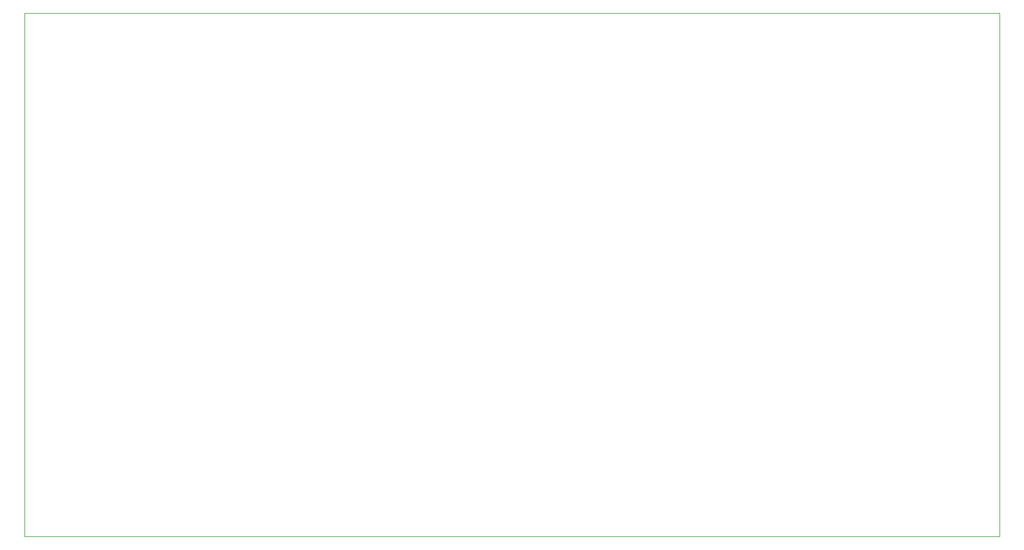
<source format=gbr>
%TF.GenerationSoftware,KiCad,Pcbnew,(6.0.1)*%
%TF.CreationDate,2022-05-12T18:18:59+02:00*%
%TF.ProjectId,RV_main_pcb_ESP32,52565f6d-6169-46e5-9f70-63625f455350,rev?*%
%TF.SameCoordinates,PX3d58588PY82b3790*%
%TF.FileFunction,Profile,NP*%
%FSLAX46Y46*%
G04 Gerber Fmt 4.6, Leading zero omitted, Abs format (unit mm)*
G04 Created by KiCad (PCBNEW (6.0.1)) date 2022-05-12 18:18:59*
%MOMM*%
%LPD*%
G01*
G04 APERTURE LIST*
%TA.AperFunction,Profile*%
%ADD10C,0.100000*%
%TD*%
G04 APERTURE END LIST*
D10*
X0Y78000000D02*
X145000000Y78000000D01*
X145000000Y78000000D02*
X145000000Y0D01*
X145000000Y0D02*
X0Y0D01*
X0Y0D02*
X0Y78000000D01*
M02*

</source>
